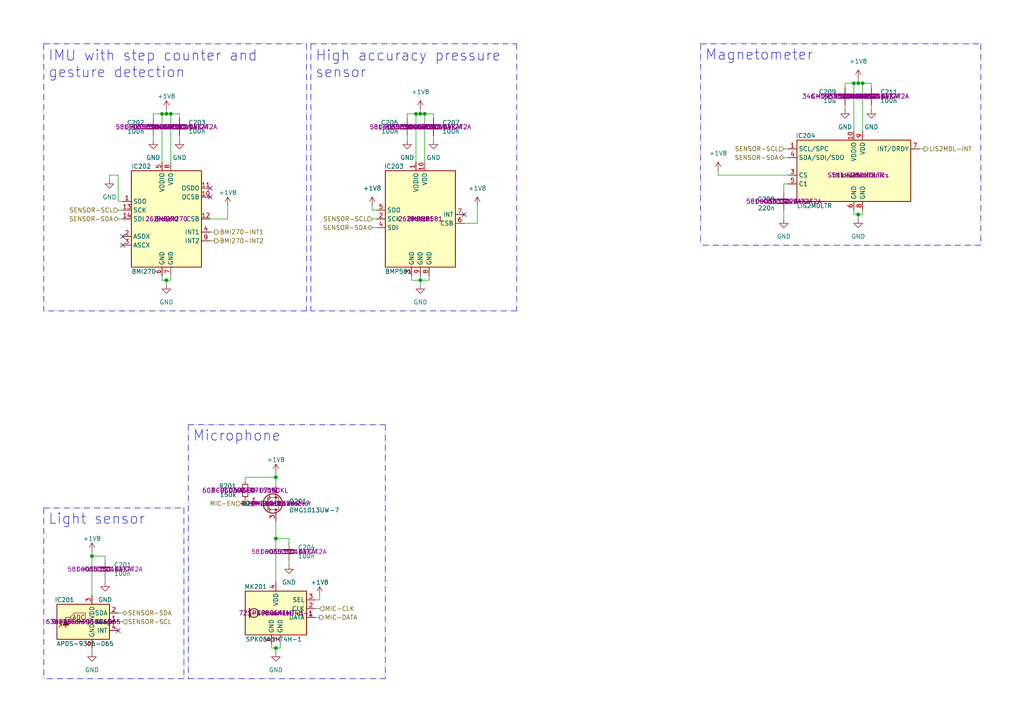
<source format=kicad_sch>
(kicad_sch (version 20250114) (generator "eeschema") (generator_version "9.0")
  (paper "A4")
  (title_block (title "ZSWatch v3") (date "2025-05-05") (rev "0") (company "github.com/jakkra/ZSWatch-HW"))
  (lib_symbols
    (symbol "Bosch_Kampi:BMI270"
      (property "Reference" "IC" (at -8.89 15.24 0))
      (property "Value" "BMI270" (at 0 0 0))
      (symbol "BMI270_1_0"
        (pin bidirectional line (at -12.7 5.08 0) (length 2.54) (name "SDO") (number "1"))
        (pin passive line (at -12.7 2.54 0) (length 2.54) (name "SCK") (number "13"))
        (pin bidirectional line (at -12.7 0 0) (length 2.54) (name "SDI") (number "14"))
        (pin passive line (at -12.7 -5.08 0) (length 2.54) (name "ASDX") (number "2"))
        (pin passive line (at -12.7 -7.62 0) (length 2.54) (name "ASCX") (number "3"))
        (pin power_in line (at -1.27 16.51 270) (length 2.54) (name "VDDIO") (number "5"))
        (pin power_in line (at -1.27 -16.51 90) (length 2.54) (name "GND") (number "6"))
        (pin power_in line (at 1.27 16.51 270) (length 2.54) (name "VDD") (number "8"))
        (pin power_in line (at 1.27 -16.51 90) (length 2.54) (name "GND") (number "7"))
        (pin passive line (at 12.7 8.89 180) (length 2.54) (name "OSDO") (number "11"))
        (pin passive line (at 12.7 6.35 180) (length 2.54) (name "OCSB") (number "10"))
        (pin passive line (at 12.7 0 180) (length 2.54) (name "CSB") (number "12"))
        (pin output line (at 12.7 -3.81 180) (length 2.54) (name "INT1") (number "4"))
        (pin output line (at 12.7 -6.35 180) (length 2.54) (name "INT2") (number "9"))
      )
      (symbol "BMI270_1_1"
        (polyline (pts (xy -10.16 13.97) (xy 10.16 13.97) (xy 10.16 -13.97) (xy -10.16 -13.97) (xy -10.16 13.97)) (stroke (width 0.254)) (fill (type background)))
      )
    )
    (symbol "Bosch_Kampi:BMP581"
      (property "Reference" "IC" (at -8.89 15.24 0))
      (symbol "BMP581_1_0"
        (pin bidirectional line (at -12.7 2.54 0) (length 2.54) (name "SDO") (number "5"))
        (pin input line (at -12.7 0 0) (length 2.54) (name "SCK") (number "2"))
        (pin bidirectional line (at -12.7 -2.54 0) (length 2.54) (name "SDI") (number "4"))
        (pin power_in line (at -2.54 -16.51 90) (length 2.54) (name "GND") (number "3"))
        (pin passive line (at -1.27 16.51 270) (length 2.54) (name "VDDIO") (number "1"))
        (pin power_in line (at 0 -16.51 90) (length 2.54) (name "GND") (number "9"))
        (pin passive line (at 1.27 16.51 270) (length 2.54) (name "VDD") (number "10"))
        (pin power_in line (at 2.54 -16.51 90) (length 2.54) (name "GND") (number "8"))
        (pin passive line (at 12.7 1.27 180) (length 2.54) (name "INT") (number "7"))
        (pin passive line (at 12.7 -1.27 180) (length 2.54) (name "CSB") (number "6"))
      )
      (symbol "BMP581_1_1"
        (polyline (pts (xy -10.16 13.97) (xy 10.16 13.97) (xy 10.16 -13.97) (xy -10.16 -13.97) (xy -10.16 13.97)) (stroke (width 0.254)) (fill (type background)))
      )
    )
    (symbol "Device:C_Small" (pin_numbers (hide yes)) (pin_names (offset 0.254) (hide yes))
      (property "Reference" "C" (at 0.254 1.778 0))
      (property "Value" "C_Small" (at 0.254 -2.032 0))
      (symbol "C_Small_0_1"
        (polyline (pts (xy -1.524 0.508) (xy 1.524 0.508)) (stroke (width 0.3048)))
        (polyline (pts (xy -1.524 -0.508) (xy 1.524 -0.508)) (stroke (width 0.3302)))
      )
      (symbol "C_Small_1_1"
        (pin passive line (at 0 2.54 270) (length 2.032) (name "~") (number "1"))
        (pin passive line (at 0 -2.54 90) (length 2.032) (name "~") (number "2"))
      )
    )
    (symbol "Device:R_Small" (pin_numbers (hide yes)) (pin_names (offset 0.254) (hide yes))
      (property "Reference" "R" (at 0.762 0.508 0))
      (property "Value" "R_Small" (at 0.762 -1.016 0))
      (symbol "R_Small_0_1"
        (rectangle (start -0.762 1.778) (end 0.762 -1.778) (stroke (width 0.2032)))
      )
      (symbol "R_Small_1_1"
        (pin passive line (at 0 2.54 270) (length 0.762) (name "~") (number "1"))
        (pin passive line (at 0 -2.54 90) (length 0.762) (name "~") (number "2"))
      )
    )
    (symbol "Diodes Incorporated:DMG1013UW-7" (pin_names (hide yes))
      (property "Reference" "Q" (at 2.54 1.905 0))
      (property "Value" "DMG1013UW-7" (at -6.35 0 0))
      (symbol "DMG1013UW-7_0_1"
        (polyline (pts (xy -2.286 1.905) (xy -2.286 -1.905)) (stroke (width 0.254)))
        (polyline (pts (xy -2.286 0) (xy -5.08 0)))
        (polyline (pts (xy -1.778 2.286) (xy -1.778 1.27)) (stroke (width 0.254)))
        (polyline (pts (xy -1.778 1.778) (xy 0.762 1.778) (xy 0.762 -1.778) (xy -1.778 -1.778)))
        (polyline (pts (xy -1.778 0.508) (xy -1.778 -0.508)) (stroke (width 0.254)))
        (polyline (pts (xy -1.778 -1.27) (xy -1.778 -2.286)) (stroke (width 0.254)))
        (circle (center -0.889 0) (radius 2.794) (stroke (width 0.254)))
        (polyline (pts (xy -0.254 0) (xy -1.27 0.381) (xy -1.27 -0.381) (xy -0.254 0)) (fill (type outline)))
        (polyline (pts (xy 0 2.54) (xy 0 1.778)))
        (circle (center 0 1.778) (radius 0.254) (fill (type outline)))
        (circle (center 0 -1.778) (radius 0.254) (fill (type outline)))
        (polyline (pts (xy 0 -2.54) (xy 0 0) (xy -1.778 0)))
        (polyline (pts (xy 0.254 -0.508) (xy 0.381 -0.381) (xy 1.143 -0.381) (xy 1.27 -0.254)))
        (polyline (pts (xy 0.762 -0.381) (xy 0.381 0.254) (xy 1.143 0.254) (xy 0.762 -0.381)))
      )
      (symbol "DMG1013UW-7_1_1"
        (pin input line (at -7.62 0 0) (length 2.54) (name "G") (number "1"))
        (pin passive line (at 0 5.08 270) (length 2.54) (name "D") (number "3"))
        (pin passive line (at 0 -5.08 90) (length 2.54) (name "S") (number "2"))
      )
    )
    (symbol "Knowles:SPK0641HT4H-1"
      (property "Reference" "MK" (at -7.62 7.62 0))
      (property "Value" "SPK0641HT4H-1" (at -1.27 -7.62 0))
      (symbol "SPK0641HT4H-1_1_1"
        (rectangle (start -8.89 6.35) (end 8.89 -6.35) (stroke (width 0.254)) (fill (type background)))
        (polyline (pts (xy -7.62 1.27) (xy -7.62 -1.27)) (stroke (width 0.381)))
        (circle (center -6.35 0) (radius 1.27) (stroke (width 0.254)))
        (pin power_in line (at -1.27 -8.89 90) (length 2.54) (hide yes) (name "GND") (number "5"))
        (pin power_in line (at -1.27 -8.89 90) (length 2.54) (name "GND") (number "6"))
        (pin power_in line (at 0 8.89 270) (length 2.54) (name "VDD") (number "4"))
        (pin power_in line (at 1.27 -8.89 90) (length 2.54) (name "GND") (number "7"))
        (pin power_in line (at 1.27 -8.89 90) (length 2.54) (hide yes) (name "GND") (number "8"))
        (pin input line (at 11.43 3.81 180) (length 2.54) (name "SEL") (number "3"))
        (pin input line (at 11.43 1.27 180) (length 2.54) (name "CLK") (number "2"))
        (pin output line (at 11.43 -1.27 180) (length 2.54) (name "DATA") (number "1"))
      )
    )
    (symbol "ST:LIS2MDLTR"
      (property "Reference" "IC" (at -16.51 11.43 0))
      (symbol "LIS2MDLTR_1_0"
        (pin passive line (at -20.32 7.62 0) (length 2.54) (name "SCL/SPC") (number "1"))
        (pin passive line (at -20.32 5.08 0) (length 2.54) (name "SDA/SDI/SDO") (number "4"))
        (pin passive line (at -20.32 0 0) (length 2.54) (name "CS") (number "3"))
        (pin passive line (at -20.32 -2.54 0) (length 2.54) (name "C1") (number "5"))
        (pin power_in line (at -1.27 12.7 270) (length 2.54) (name "VDDIO") (number "10"))
        (pin passive line (at -1.27 -10.16 90) (length 2.54) (name "GND") (number "6"))
        (pin power_in line (at 1.27 12.7 270) (length 2.54) (name "VDD") (number "9"))
        (pin passive line (at 1.27 -10.16 90) (length 2.54) (name "GND") (number "8"))
        (pin passive line (at 17.78 7.62 180) (length 2.54) (name "INT/DRDY") (number "7"))
        (pin no_connect line (at 17.78 0 180) (length 2.54) (hide yes) (name "NC") (number "2"))
        (pin no_connect line (at 17.78 -2.54 180) (length 2.54) (hide yes) (name "NC") (number "11"))
        (pin no_connect line (at 17.78 -5.08 180) (length 2.54) (hide yes) (name "NC") (number "12"))
      )
      (symbol "LIS2MDLTR_1_1"
        (polyline (pts (xy -17.78 10.16) (xy 15.24 10.16) (xy 15.24 -7.62) (xy -17.78 -7.62) (xy -17.78 10.16)) (stroke (width 0.254)) (fill (type background)))
      )
    )
    (symbol "Sensor_Optical:APDS-9306-065"
      (property "Reference" "U" (at -6.35 6.35 0))
      (property "Value" "APDS-9306-065" (at 3.81 6.35 0))
      (symbol "APDS-9306-065_0_0"
        (polyline (pts (xy -3.81 1.27) (xy -2.54 2.54) (xy 0.635 2.54) (xy 0.635 0) (xy -2.54 0) (xy -3.81 1.27)))
        (text "ADC" (at -1.27 1.27 0) (effects (font (size 1.27 1.27))))
      )
      (symbol "APDS-9306-065_0_1"
        (rectangle (start -7.62 5.08) (end 7.62 -5.08) (stroke (width 0.254)) (fill (type background)))
      )
      (symbol "APDS-9306-065_1_0"
        (polyline (pts (xy -5.08 -1.524) (xy -5.08 1.27) (xy -3.81 1.27)))
      )
      (symbol "APDS-9306-065_1_1"
        (polyline (pts (xy -6.223 -0.762) (xy -7.112 -1.651)))
        (polyline (pts (xy -6.223 -0.762) (xy -6.731 -0.762)))
        (polyline (pts (xy -6.223 -0.762) (xy -6.223 -1.27)))
        (polyline (pts (xy -6.096 0.254) (xy -6.985 -0.635)))
        (polyline (pts (xy -6.096 0.254) (xy -6.604 0.254)))
        (polyline (pts (xy -6.096 0.254) (xy -6.096 -0.254)))
        (polyline (pts (xy -5.842 0.635) (xy -4.191 0.635)))
        (polyline (pts (xy -5.842 -1.016) (xy -4.191 -1.016) (xy -5.08 0.635) (xy -5.842 -1.016)) (fill (type outline)))
        (polyline (pts (xy -4.826 -1.524) (xy -5.334 -1.524)))
        (pin no_connect line (at -7.62 2.54 0) (length 2.54) (hide yes) (name "NC") (number "5"))
        (pin power_in line (at 2.54 7.62 270) (length 2.54) (name "VDD") (number "3"))
        (pin power_in line (at 2.54 -7.62 90) (length 2.54) (name "GND") (number "6"))
        (pin bidirectional line (at 10.16 2.54 180) (length 2.54) (name "SDA") (number "2"))
        (pin input line (at 10.16 0 180) (length 2.54) (name "SCL") (number "1"))
        (pin open_collector line (at 10.16 -2.54 180) (length 2.54) (name "INT") (number "4"))
      )
    )
    (symbol "power:+1V8" (power) (pin_names (offset 0))
      (property "Value" "+1V8" (at 0 3.556 0))
      (symbol "+1V8_0_1"
        (polyline (pts (xy -0.762 1.27) (xy 0 2.54)))
        (polyline (pts (xy 0 2.54) (xy 0.762 1.27)))
        (polyline (pts (xy 0 0) (xy 0 2.54)))
      )
      (symbol "+1V8_1_1"
        (pin power_in line (at 0 0 90) (length 0) (hide yes) (name "+1V8") (number "1"))
      )
    )
    (symbol "power:GND" (power) (pin_names (offset 0))
      (property "Value" "GND" (at 0 -3.81 0))
      (symbol "GND_0_1"
        (polyline (pts (xy 0 0) (xy 0 -1.27) (xy 1.27 -1.27) (xy 0 -2.54) (xy -1.27 -1.27) (xy 0 -1.27)))
      )
      (symbol "GND_1_1"
        (pin power_in line (at 0 0 270) (length 0) (hide yes) (name "GND") (number "1"))
      )
    )
  )
  (text "Magnetometer" (at 204.47 17.78 0) (effects (font (size 3 3)) (justify left bottom)))
  (text "High accuracy pressure\nsensor" (at 91.44 22.86 0) (effects (font (size 3 3)) (justify left bottom)))
  (text "Microphone" (at 55.88 128.27 0) (effects (font (size 3 3)) (justify left bottom)))
  (text "Light sensor" (at 13.97 152.4 0) (effects (font (size 3 3)) (justify left bottom)))
  (text "IMU with step counter and\ngesture detection" (at 13.97 22.86 0) (effects (font (size 3 3)) (justify left bottom)))
  (junction (at 71.12 146.05))
  (junction (at 48.26 81.28))
  (junction (at 80.01 156.21))
  (junction (at 248.92 62.23))
  (junction (at 247.65 24.13))
  (junction (at 123.19 33.02))
  (junction (at 80.01 138.43))
  (junction (at 250.19 24.13))
  (junction (at 121.92 81.28))
  (junction (at 49.53 33.02))
  (junction (at 48.26 33.02))
  (junction (at 26.67 161.29))
  (junction (at 248.92 24.13))
  (junction (at 120.65 33.02))
  (junction (at 80.01 187.96))
  (junction (at 121.92 33.02))
  (junction (at 46.99 33.02))
  (no_connect (at 35.56 68.58))
  (no_connect (at 60.96 57.15))
  (no_connect (at 60.96 54.61))
  (no_connect (at 34.29 182.88))
  (no_connect (at 134.62 62.23))
  (no_connect (at 35.56 71.12))
  (wire (pts (xy 92.71 172.72) (xy 92.71 173.99)))
  (polyline (pts (xy 111.76 123.19) (xy 111.76 196.85)) (stroke (width 0) (type dash_dot)))
  (wire (pts (xy 78.74 187.96) (xy 80.01 187.96)))
  (wire (pts (xy 48.26 33.02) (xy 49.53 33.02)))
  (wire (pts (xy 250.19 24.13) (xy 252.73 24.13)))
  (wire (pts (xy 119.38 80.01) (xy 119.38 81.28)))
  (wire (pts (xy 46.99 81.28) (xy 48.26 81.28)))
  (wire (pts (xy 81.28 187.96) (xy 81.28 186.69)))
  (wire (pts (xy 60.96 63.5) (xy 66.04 63.5)))
  (wire (pts (xy 121.92 81.28) (xy 121.92 82.55)))
  (wire (pts (xy 125.73 33.02) (xy 123.19 33.02)))
  (wire (pts (xy 83.82 162.56) (xy 83.82 163.83)))
  (wire (pts (xy 49.53 80.01) (xy 49.53 81.28)))
  (polyline (pts (xy 88.9 90.17) (xy 12.7 90.17)) (stroke (width 0) (type dash_dot)))
  (polyline (pts (xy 203.2 12.7) (xy 284.48 12.7)) (stroke (width 0) (type dash_dot)))
  (wire (pts (xy 248.92 63.5) (xy 248.92 62.23)))
  (wire (pts (xy 44.45 39.37) (xy 44.45 40.64)))
  (wire (pts (xy 109.22 66.04) (xy 107.95 66.04)))
  (polyline (pts (xy 90.17 12.7) (xy 90.17 90.17)) (stroke (width 0) (type dash_dot)))
  (wire (pts (xy 30.48 162.56) (xy 30.48 161.29)))
  (wire (pts (xy 266.7 43.18) (xy 267.97 43.18)))
  (polyline (pts (xy 88.9 12.7) (xy 88.9 90.17)) (stroke (width 0) (type dash_dot)))
  (wire (pts (xy 125.73 39.37) (xy 125.73 40.64)))
  (polyline (pts (xy 90.17 12.7) (xy 149.86 12.7)) (stroke (width 0) (type dash_dot)))
  (wire (pts (xy 80.01 156.21) (xy 80.01 168.91)))
  (wire (pts (xy 34.29 63.5) (xy 35.56 63.5)))
  (wire (pts (xy 80.01 187.96) (xy 81.28 187.96)))
  (wire (pts (xy 62.23 67.31) (xy 60.96 67.31)))
  (wire (pts (xy 247.65 24.13) (xy 248.92 24.13)))
  (wire (pts (xy 107.95 60.96) (xy 107.95 59.69)))
  (polyline (pts (xy 12.7 147.32) (xy 53.34 147.32)) (stroke (width 0) (type dash_dot)))
  (wire (pts (xy 91.44 179.07) (xy 92.71 179.07)))
  (wire (pts (xy 60.96 69.85) (xy 62.23 69.85)))
  (wire (pts (xy 49.53 33.02) (xy 49.53 46.99)))
  (wire (pts (xy 252.73 24.13) (xy 252.73 25.4)))
  (wire (pts (xy 118.11 33.02) (xy 118.11 34.29)))
  (wire (pts (xy 78.74 186.69) (xy 78.74 187.96)))
  (wire (pts (xy 91.44 173.99) (xy 92.71 173.99)))
  (wire (pts (xy 91.44 176.53) (xy 92.71 176.53)))
  (wire (pts (xy 48.26 81.28) (xy 48.26 82.55)))
  (wire (pts (xy 80.01 138.43) (xy 71.12 138.43)))
  (polyline (pts (xy 54.61 123.19) (xy 54.61 196.85)) (stroke (width 0) (type dash_dot)))
  (polyline (pts (xy 149.86 12.7) (xy 149.86 90.17)) (stroke (width 0) (type dash_dot)))
  (wire (pts (xy 227.33 45.72) (xy 228.6 45.72)))
  (polyline (pts (xy 12.7 147.32) (xy 12.7 196.85)) (stroke (width 0) (type dash_dot)))
  (wire (pts (xy 69.85 146.05) (xy 71.12 146.05)))
  (wire (pts (xy 248.92 22.86) (xy 248.92 24.13)))
  (wire (pts (xy 120.65 33.02) (xy 121.92 33.02)))
  (wire (pts (xy 35.56 58.42) (xy 34.29 58.42)))
  (polyline (pts (xy 53.34 147.32) (xy 53.34 196.85)) (stroke (width 0) (type dash_dot)))
  (polyline (pts (xy 149.86 90.17) (xy 90.17 90.17)) (stroke (width 0) (type dash_dot)))
  (wire (pts (xy 34.29 50.8) (xy 31.75 50.8)))
  (wire (pts (xy 34.29 58.42) (xy 34.29 50.8)))
  (polyline (pts (xy 54.61 196.85) (xy 111.76 196.85)) (stroke (width 0) (type dash_dot)))
  (wire (pts (xy 26.67 161.29) (xy 30.48 161.29)))
  (wire (pts (xy 247.65 60.96) (xy 247.65 62.23)))
  (wire (pts (xy 46.99 33.02) (xy 44.45 33.02)))
  (wire (pts (xy 227.33 60.96) (xy 227.33 63.5)))
  (wire (pts (xy 46.99 80.01) (xy 46.99 81.28)))
  (polyline (pts (xy 12.7 12.7) (xy 88.9 12.7)) (stroke (width 0) (type dash_dot)))
  (polyline (pts (xy 284.48 71.12) (xy 203.2 71.12)) (stroke (width 0) (type dash_dot)))
  (wire (pts (xy 248.92 62.23) (xy 247.65 62.23)))
  (wire (pts (xy 121.92 31.75) (xy 121.92 33.02)))
  (wire (pts (xy 250.19 24.13) (xy 250.19 38.1)))
  (wire (pts (xy 227.33 53.34) (xy 228.6 53.34)))
  (wire (pts (xy 245.11 30.48) (xy 245.11 31.75)))
  (wire (pts (xy 228.6 50.8) (xy 208.28 50.8)))
  (wire (pts (xy 120.65 33.02) (xy 120.65 46.99)))
  (wire (pts (xy 46.99 33.02) (xy 48.26 33.02)))
  (wire (pts (xy 248.92 24.13) (xy 250.19 24.13)))
  (wire (pts (xy 26.67 187.96) (xy 26.67 189.23)))
  (wire (pts (xy 124.46 81.28) (xy 121.92 81.28)))
  (wire (pts (xy 66.04 63.5) (xy 66.04 59.69)))
  (wire (pts (xy 83.82 156.21) (xy 80.01 156.21)))
  (polyline (pts (xy 12.7 12.7) (xy 12.7 90.17)) (stroke (width 0) (type dash_dot)))
  (wire (pts (xy 52.07 33.02) (xy 52.07 34.29)))
  (wire (pts (xy 107.95 63.5) (xy 109.22 63.5)))
  (wire (pts (xy 80.01 187.96) (xy 80.01 189.23)))
  (wire (pts (xy 34.29 180.34) (xy 35.56 180.34)))
  (wire (pts (xy 31.75 50.8) (xy 31.75 52.07)))
  (wire (pts (xy 120.65 33.02) (xy 118.11 33.02)))
  (wire (pts (xy 46.99 46.99) (xy 46.99 33.02)))
  (wire (pts (xy 138.43 59.69) (xy 138.43 64.77)))
  (wire (pts (xy 26.67 160.02) (xy 26.67 161.29)))
  (wire (pts (xy 121.92 33.02) (xy 123.19 33.02)))
  (wire (pts (xy 227.33 43.18) (xy 228.6 43.18)))
  (wire (pts (xy 34.29 177.8) (xy 35.56 177.8)))
  (wire (pts (xy 245.11 24.13) (xy 247.65 24.13)))
  (wire (pts (xy 49.53 33.02) (xy 52.07 33.02)))
  (wire (pts (xy 52.07 39.37) (xy 52.07 40.64)))
  (wire (pts (xy 44.45 33.02) (xy 44.45 34.29)))
  (wire (pts (xy 49.53 81.28) (xy 48.26 81.28)))
  (wire (pts (xy 121.92 80.01) (xy 121.92 81.28)))
  (wire (pts (xy 71.12 146.05) (xy 71.12 144.78)))
  (polyline (pts (xy 53.34 196.85) (xy 12.7 196.85)) (stroke (width 0) (type dash_dot)))
  (wire (pts (xy 121.92 81.28) (xy 119.38 81.28)))
  (wire (pts (xy 208.28 49.53) (xy 208.28 50.8)))
  (wire (pts (xy 34.29 60.96) (xy 35.56 60.96)))
  (wire (pts (xy 125.73 33.02) (xy 125.73 34.29)))
  (wire (pts (xy 48.26 31.75) (xy 48.26 33.02)))
  (wire (pts (xy 83.82 156.21) (xy 83.82 157.48)))
  (wire (pts (xy 248.92 62.23) (xy 250.19 62.23)))
  (wire (pts (xy 245.11 25.4) (xy 245.11 24.13)))
  (wire (pts (xy 138.43 64.77) (xy 134.62 64.77)))
  (wire (pts (xy 80.01 151.13) (xy 80.01 156.21)))
  (wire (pts (xy 247.65 24.13) (xy 247.65 38.1)))
  (wire (pts (xy 80.01 137.16) (xy 80.01 138.43)))
  (wire (pts (xy 30.48 167.64) (xy 30.48 168.91)))
  (wire (pts (xy 72.39 146.05) (xy 71.12 146.05)))
  (wire (pts (xy 109.22 60.96) (xy 107.95 60.96)))
  (polyline (pts (xy 54.61 123.19) (xy 111.76 123.19)) (stroke (width 0) (type dash_dot)))
  (wire (pts (xy 123.19 33.02) (xy 123.19 46.99)))
  (wire (pts (xy 118.11 39.37) (xy 118.11 40.64)))
  (wire (pts (xy 80.01 138.43) (xy 80.01 140.97)))
  (polyline (pts (xy 284.48 12.7) (xy 284.48 71.12)) (stroke (width 0) (type dash_dot)))
  (wire (pts (xy 26.67 161.29) (xy 26.67 172.72)))
  (wire (pts (xy 124.46 80.01) (xy 124.46 81.28)))
  (wire (pts (xy 71.12 138.43) (xy 71.12 139.7)))
  (polyline (pts (xy 203.2 12.7) (xy 203.2 71.12)) (stroke (width 0) (type dash_dot)))
  (wire (pts (xy 252.73 31.75) (xy 252.73 30.48)))
  (wire (pts (xy 227.33 55.88) (xy 227.33 53.34)))
  (wire (pts (xy 250.19 62.23) (xy 250.19 60.96)))
  (hierarchical_label "LIS2MDL-INT" (shape output) (at 267.97 43.18 0))
  (hierarchical_label "MIC-DATA" (shape output) (at 92.71 179.07 0))
  (hierarchical_label "MIC-EN" (shape input) (at 69.85 146.05 180))
  (hierarchical_label "SENSOR-SCL" (shape input) (at 35.56 180.34 0))
  (hierarchical_label "SENSOR-SCL" (shape input) (at 227.33 43.18 180))
  (hierarchical_label "SENSOR-SDA" (shape bidirectional) (at 227.33 45.72 180))
  (hierarchical_label "BMI270-INT1" (shape output) (at 62.23 67.31 0))
  (hierarchical_label "SENSOR-SDA" (shape bidirectional) (at 34.29 63.5 180))
  (hierarchical_label "BMI270-INT2" (shape output) (at 62.23 69.85 0))
  (hierarchical_label "SENSOR-SCL" (shape input) (at 34.29 60.96 180))
  (hierarchical_label "SENSOR-SDA" (shape bidirectional) (at 35.56 177.8 0))
  (hierarchical_label "MIC-CLK" (shape input) (at 92.71 176.53 0))
  (hierarchical_label "SENSOR-SDA" (shape bidirectional) (at 107.95 66.04 180))
  (hierarchical_label "SENSOR-SCL" (shape input) (at 107.95 63.5 180))
  (symbol (lib_id "power:GND") (at 245.11 31.75 0) (unit 1)
    (property "Reference" "#PWR0224" (effects (hide yes)))
    (property "Value" "GND" (at 245.11 36.83 0))
  )
  (symbol (lib_id "power:GND") (at 248.92 63.5 0) (unit 1)
    (property "Reference" "#PWR0227" (effects (hide yes)))
    (property "Value" "GND" (at 248.92 68.58 0))
  )
  (symbol (lib_id "Device:C_Small") (at 252.73 27.94 0) (mirror y) (unit 1)
    (property "Reference" "C211" (at 255.27 26.6763 0) (effects (justify right)))
    (property "Value" "100n" (at 255.27 29.2163 0) (effects (justify right)))
    (property "Footprint" "Capacitor_SMD:C_0603_1608Metric" (effects (hide yes)))
    (property "Distributor" "Mouser" (effects (hide yes)))
    (property "manf" "KYOCERA AVX" (at 252.73 27.94 0))
    (property "manf#" "06035C104KAT2A" (at 252.73 27.94 0))
    (property "mouser#" "581-06035C104KAT2A" (at 252.73 27.94 0))
  )
  (symbol (lib_id "power:GND") (at 83.82 163.83 0) (unit 1)
    (property "Reference" "#PWR0212" (effects (hide yes)))
    (property "Value" "GND" (at 83.82 168.91 0))
  )
  (symbol (lib_id "power:GND") (at 26.67 189.23 0) (unit 1)
    (property "Reference" "#PWR0202" (effects (hide yes)))
    (property "Value" "GND" (at 26.67 194.31 0))
  )
  (symbol (lib_id "Device:C_Small") (at 118.11 36.83 180) (unit 1)
    (property "Reference" "C206" (at 115.57 35.5536 0) (effects (justify left)))
    (property "Value" "100n" (at 115.57 38.0936 0) (effects (justify left)))
    (property "Footprint" "Capacitor_SMD:C_0603_1608Metric" (effects (hide yes)))
    (property "Distributor" "Mouser" (effects (hide yes)))
    (property "manf" "KYOCERA AVX" (at 118.11 36.83 0))
    (property "manf#" "06035C104KAT2A" (at 118.11 36.83 0))
    (property "mouser#" "581-06035C104KAT2A" (at 118.11 36.83 0))
  )
  (symbol (lib_id "power:GND") (at 52.07 40.64 0) (unit 1)
    (property "Reference" "#PWR0208" (effects (hide yes)))
    (property "Value" "GND" (at 52.07 45.72 0))
  )
  (symbol (lib_id "Device:C_Small") (at 227.33 58.42 0) (unit 1)
    (property "Reference" "C208" (at 224.79 57.7913 0) (effects (justify right)))
    (property "Value" "220n" (at 224.79 60.3313 0) (effects (justify right)))
    (property "Footprint" "Capacitor_SMD:C_0603_1608Metric" (effects (hide yes)))
    (property "Distributor" "Mouser" (effects (hide yes)))
    (property "manf" "KYOCERA AVX" (at 227.33 58.42 0))
    (property "manf#" "06033C224KAT2A" (at 227.33 58.42 0))
    (property "mouser#" "581-06033C224KAT2A" (at 227.33 58.42 0))
  )
  (symbol (lib_id "power:+1V8") (at 138.43 59.69 0) (unit 1)
    (property "Reference" "#PWR0220" (effects (hide yes)))
    (property "Value" "+1V8" (at 138.43 54.61 0))
  )
  (symbol (lib_id "power:+1V8") (at 92.71 172.72 0) (unit 1)
    (property "Reference" "#PWR0213" (effects (hide yes)))
    (property "Value" "+1V8" (at 92.71 168.91 0))
  )
  (symbol (lib_id "power:GND") (at 125.73 40.64 0) (mirror y) (unit 1)
    (property "Reference" "#PWR0219" (effects (hide yes)))
    (property "Value" "GND" (at 125.73 45.72 0))
  )
  (symbol (lib_id "Bosch_Kampi:BMI270") (at 48.26 63.5 0) (unit 1)
    (property "Reference" "IC202" (at 38.1 48.26 0) (effects (justify left)))
    (property "Value" "BMI270" (at 38.1 78.74 0) (effects (justify left)))
    (property "Footprint" "Package_LGA_Kampi:Bosch_LGA-14_3x2.5mm_P0.5mm_LayoutBorder3x4y" (effects (hide yes)))
    (property "Datasheet" "https://www.bosch-sensortec.com/media/boschsensortec/downloads/datasheets/bst-bmi270-ds000.pdf" (effects (hide yes)))
    (property "Distributor" "Mouser" (effects (hide yes)))
    (property "manf" "Bosch" (at 48.26 63.5 0))
    (property "manf#" "BMI270" (at 48.26 63.5 0))
    (property "mouser#" "262-BMI270" (at 48.26 63.5 0))
  )
  (symbol (lib_id "Device:C_Small") (at 125.73 36.83 0) (mirror y) (unit 1)
    (property "Reference" "C207" (at 128.27 35.5663 0) (effects (justify right)))
    (property "Value" "100n" (at 128.27 38.1063 0) (effects (justify right)))
    (property "Footprint" "Capacitor_SMD:C_0603_1608Metric" (effects (hide yes)))
    (property "Distributor" "Mouser" (effects (hide yes)))
    (property "manf" "KYOCERA AVX" (at 125.73 36.83 0))
    (property "manf#" "06035C104KAT2A" (at 125.73 36.83 0))
    (property "mouser#" "581-06035C104KAT2A" (at 125.73 36.83 0))
  )
  (symbol (lib_id "Diodes Incorporated:DMG1013UW-7") (at 80.01 146.05 0) (mirror x) (unit 1)
    (property "Reference" "Q201" (at 83.82 145.415 0) (effects (justify left)))
    (property "Value" "DMG1013UW-7" (at 83.82 147.955 0) (effects (justify left)))
    (property "Footprint" "Package_TO_SOT_SMD:SOT-323_SC-70" (effects (hide yes)))
    (property "Datasheet" "https://www.diodes.com/assets/Datasheets/ds31861.pdf" (effects (hide yes)))
    (property "Distributor" "Mouser" (effects (hide yes)))
    (property "CONFIG" "-ENV" (effects (hide yes)))
    (property "manf" "ROHM Semiconductor" (at 80.01 146.05 0))
    (property "manf#" "DMG1013UW-7" (at 80.01 146.05 0))
    (property "mouser#" "621-DMG1013UW-7" (at 80.01 146.05 0))
  )
  (symbol (lib_id "Sensor_Optical:APDS-9306-065") (at 24.13 180.34 0) (unit 1)
    (property "Reference" "IC201" (at 21.59 173.99 0) (effects (justify right)))
    (property "Value" "APDS-9306-065" (at 33.02 186.69 0) (effects (justify right)))
    (property "Footprint" "Broadcom:Broadcom_DFN-6_2x2mm_P0.65mm" (effects (hide yes)))
    (property "Datasheet" "https://docs.broadcom.com/docs/AV02-4755EN" (effects (hide yes)))
    (property "Distributor" "Mouser" (effects (hide yes)))
    (property "manf" "Broadcom / Avago" (at 24.13 180.34 0))
    (property "manf#" "APDS-9306-065" (at 24.13 180.34 0))
    (property "mouser#" "630-APDS-9306-065" (at 24.13 180.34 0))
  )
  (symbol (lib_id "Device:C_Small") (at 44.45 36.83 0) (unit 1)
    (property "Reference" "C202" (at 41.91 35.5663 0) (effects (justify right)))
    (property "Value" "100n" (at 41.91 38.1063 0) (effects (justify right)))
    (property "Footprint" "Capacitor_SMD:C_0603_1608Metric" (effects (hide yes)))
    (property "Distributor" "Mouser" (effects (hide yes)))
    (property "manf" "KYOCERA AVX" (at 44.45 36.83 0))
    (property "manf#" "06035C104KAT2A" (at 44.45 36.83 0))
    (property "mouser#" "581-06035C104KAT2A" (at 44.45 36.83 0))
  )
  (symbol (lib_id "power:GND") (at 227.33 63.5 0) (unit 1)
    (property "Reference" "#PWR0222" (effects (hide yes)))
    (property "Value" "GND" (at 227.33 68.58 0))
  )
  (symbol (lib_id "power:GND") (at 121.92 82.55 0) (unit 1)
    (property "Reference" "#PWR0218" (effects (hide yes)))
    (property "Value" "GND" (at 121.92 87.63 0))
  )
  (symbol (lib_id "power:GND") (at 30.48 168.91 0) (unit 1)
    (property "Reference" "#PWR0203" (effects (hide yes)))
    (property "Value" "GND" (at 30.48 173.99 0))
  )
  (symbol (lib_id "Device:C_Small") (at 30.48 165.1 0) (mirror y) (unit 1)
    (property "Reference" "C201" (at 33.02 163.8363 0) (effects (justify right)))
    (property "Value" "100n" (at 33.02 166.3763 0) (effects (justify right)))
    (property "Footprint" "Capacitor_SMD:C_0603_1608Metric" (effects (hide yes)))
    (property "Distributor" "Mouser" (effects (hide yes)))
    (property "manf" "KYOCERA AVX" (at 30.48 165.1 0))
    (property "manf#" "06035C104KAT2A" (at 30.48 165.1 0))
    (property "mouser#" "581-06035C104KAT2A" (at 30.48 165.1 0))
  )
  (symbol (lib_id "ST:LIS2MDLTR") (at 248.92 50.8 0) (unit 1)
    (property "Reference" "IC204" (at 233.68 39.37 0))
    (property "Value" "LIS2MDLTR" (at 236.22 59.69 0))
    (property "Footprint" "Package_LGA_Kampi:LGA-12_2x2mm_P0.5mm" (effects (hide yes)))
    (property "Datasheet" "http://www.st.com/content/ccc/resource/technical/document/datasheet/group3/29/13/d1/e0/9a/4d/4f/30/DM00395193/files/DM00395193.pdf/jcr:content/translations/en.DM00395193.pdf" (effects (hide yes)))
    (property "Distributor" "Mouser" (effects (hide yes)))
    (property "manf" "STMicroelectronics" (at 248.92 50.8 0))
    (property "manf#" "LIS2MDLTR" (at 248.92 50.8 0))
    (property "mouser#" "511-LIS2MDLTR" (at 248.92 50.8 0))
  )
  (symbol (lib_id "power:+1V8") (at 121.92 31.75 0) (unit 1)
    (property "Reference" "#PWR0217" (effects (hide yes)))
    (property "Value" "+1V8" (at 121.92 26.67 0))
  )
  (symbol (lib_id "power:+1V8") (at 107.95 59.69 0) (unit 1)
    (property "Reference" "#PWR0215" (effects (hide yes)))
    (property "Value" "+1V8" (at 107.95 54.61 0))
  )
  (symbol (lib_id "power:GND") (at 31.75 52.07 0) (unit 1)
    (property "Reference" "#PWR0204" (effects (hide yes)))
    (property "Value" "GND" (at 31.75 57.15 0))
  )
  (symbol (lib_id "Device:R_Small") (at 71.12 142.24 0) (mirror x) (unit 1)
    (property "Reference" "R201" (at 68.58 140.97 0) (effects (justify right)))
    (property "Value" "150k" (at 68.58 143.51 0) (effects (justify right)))
    (property "Footprint" "Resistor_SMD:R_0603_1608Metric" (effects (hide yes)))
    (property "Datasheet" "https://www.mouser.de/datasheet/2/447/YAGEO_PYu_RC_Group_51_RoHS_L_12-3313492.pdf" (effects (hide yes)))
    (property "Distributor" "Mouser" (effects (hide yes)))
    (property "CONFIG" "-ENV" (effects (hide yes)))
    (property "manf" "YAGEO" (at 71.12 142.24 0))
    (property "manf#" "RC0603FR-07150KL" (at 71.12 142.24 0))
    (property "mouser#" "603-RC0603FR-07150KL" (at 71.12 142.24 0))
  )
  (symbol (lib_id "power:GND") (at 44.45 40.64 0) (unit 1)
    (property "Reference" "#PWR0205" (effects (hide yes)))
    (property "Value" "GND" (at 44.45 45.72 0))
  )
  (symbol (lib_id "power:+1V8") (at 48.26 31.75 0) (unit 1)
    (property "Reference" "#PWR0206" (effects (hide yes)))
    (property "Value" "+1V8" (at 48.26 27.94 0))
  )
  (symbol (lib_id "power:GND") (at 80.01 189.23 0) (unit 1)
    (property "Reference" "#PWR0211" (effects (hide yes)))
    (property "Value" "GND" (at 80.01 194.31 0))
  )
  (symbol (lib_id "power:+1V8") (at 26.67 160.02 0) (unit 1)
    (property "Reference" "#PWR0201" (effects (hide yes)))
    (property "Value" "+1V8" (at 26.67 156.21 0))
  )
  (symbol (lib_id "power:GND") (at 48.26 82.55 0) (unit 1)
    (property "Reference" "#PWR0207" (effects (hide yes)))
    (property "Value" "GND" (at 48.26 87.63 0))
  )
  (symbol (lib_id "power:+1V8") (at 80.01 137.16 0) (unit 1)
    (property "Reference" "#PWR0210" (effects (hide yes)))
    (property "Value" "+1V8" (at 80.01 133.35 0))
  )
  (symbol (lib_id "Knowles:SPK0641HT4H-1") (at 80.01 177.8 0) (unit 1)
    (property "Reference" "MK201" (at 77.47 170.18 0) (effects (justify right)))
    (property "Value" "SPK0641HT4H-1" (at 87.63 185.42 0) (effects (justify right)))
    (property "Footprint" "Knowles:SPK0641HT4H-1" (effects (hide yes)))
    (property "Datasheet" "https://www.knowles.com/docs/default-source/model-downloads/spk0641ht4h-1-rev-a.pdf" (effects (hide yes)))
    (property "Distributor" "Mouser" (effects (hide yes)))
    (property "CONFIG" "-ENV" (effects (hide yes)))
    (property "manf" "Knowles" (at 80.01 177.8 0))
    (property "manf#" "SPK0641HT4H-1" (at 80.01 177.8 0))
    (property "mouser#" "721-SPK0641HT4H-1" (at 80.01 177.8 0))
  )
  (symbol (lib_id "power:GND") (at 118.11 40.64 0) (unit 1)
    (property "Reference" "#PWR0216" (effects (hide yes)))
    (property "Value" "GND" (at 118.11 45.72 0))
  )
  (symbol (lib_id "Device:C_Small") (at 83.82 160.02 0) (mirror y) (unit 1)
    (property "Reference" "C204" (at 86.36 158.7563 0) (effects (justify right)))
    (property "Value" "100n" (at 86.36 161.2963 0) (effects (justify right)))
    (property "Footprint" "Capacitor_SMD:C_0603_1608Metric" (effects (hide yes)))
    (property "Distributor" "Mouser" (effects (hide yes)))
    (property "manf" "KYOCERA AVX" (at 83.82 160.02 0))
    (property "manf#" "06035C104KAT2A" (at 83.82 160.02 0))
    (property "mouser#" "581-06035C104KAT2A" (at 83.82 160.02 0))
  )
  (symbol (lib_id "power:+1V8") (at 208.28 49.53 0) (unit 1)
    (property "Reference" "#PWR0221" (effects (hide yes)))
    (property "Value" "+1V8" (at 208.28 44.45 0))
  )
  (symbol (lib_id "power:+1V8") (at 66.04 59.69 0) (unit 1)
    (property "Reference" "#PWR0209" (effects (hide yes)))
    (property "Value" "+1V8" (at 66.04 55.88 0))
  )
  (symbol (lib_id "Bosch_Kampi:BMP581") (at 121.92 63.5 0) (unit 1)
    (property "Reference" "IC203" (at 114.3 48.26 0))
    (property "Value" "BMP581" (at 115.57 78.74 0))
    (property "Footprint" "Package_LGA_Kampi:Bosch_LGA-10_2x2mm_P0.5mm_ClockwisePinNumbering" (effects (hide yes)))
    (property "Datasheet" "https://www.bosch-sensortec.com/media/boschsensortec/downloads/datasheets/bst-bmp581-ds004.pdf" (effects (hide yes)))
    (property "Distributor" "Mouser" (effects (hide yes)))
    (property "manf" "Bosch" (at 121.92 63.5 0))
    (property "manf#" "BMP581" (at 121.92 63.5 0))
    (property "mouser#" "262-BMP581" (at 121.92 63.5 0))
  )
  (symbol (lib_id "power:GND") (at 252.73 31.75 0) (unit 1)
    (property "Reference" "#PWR0230" (effects (hide yes)))
    (property "Value" "GND" (at 252.73 36.83 0))
  )
  (symbol (lib_id "Device:C_Small") (at 52.07 36.83 180) (unit 1)
    (property "Reference" "C203" (at 54.61 35.5536 0) (effects (justify right)))
    (property "Value" "100n" (at 54.61 38.0936 0) (effects (justify right)))
    (property "Footprint" "Capacitor_SMD:C_0603_1608Metric" (effects (hide yes)))
    (property "Distributor" "Mouser" (effects (hide yes)))
    (property "manf" "KYOCERA AVX" (at 52.07 36.83 0))
    (property "manf#" "06035C104KAT2A" (at 52.07 36.83 0))
    (property "mouser#" "581-06035C104KAT2A" (at 52.07 36.83 0))
  )
  (symbol (lib_id "power:+1V8") (at 248.92 22.86 0) (unit 1)
    (property "Reference" "#PWR0226" (effects (hide yes)))
    (property "Value" "+1V8" (at 248.92 17.78 0))
  )
  (symbol (lib_id "Device:C_Small") (at 245.11 27.94 0) (unit 1)
    (property "Reference" "C209" (at 242.57 26.6763 0) (effects (justify right)))
    (property "Value" "10u" (at 242.57 29.2163 0) (effects (justify right)))
    (property "Footprint" "Capacitor_SMD:C_0603_1608Metric" (effects (hide yes)))
    (property "Distributor" "Mouser" (effects (hide yes)))
    (property "manf" "KYOCERA AVX" (at 245.11 27.94 0))
    (property "manf#" "CM105X5R106M25AT" (at 245.11 27.94 0))
    (property "mouser#" "346-CM105X5R106M25AT" (at 245.11 27.94 0))
  )
)
</source>
